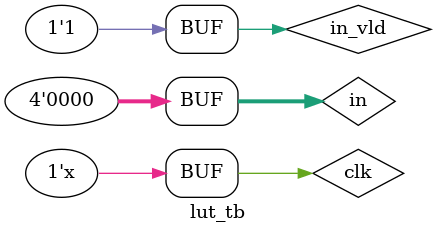
<source format=v>
`timescale 1ns / 1ps

module lut_tb(
        
    );
    parameter INPUT_NUMBER_WIDTH = 4;
    parameter OUTPUT_NUMBER_WIDTH = 4;
    reg clk;
    reg  [INPUT_NUMBER_WIDTH-1: 0] in;
    reg  in_vld;
    wire [OUTPUT_NUMBER_WIDTH-1: 0] out;
    
    lut lut1(
        .clk(clk),
        .input_number(in),
        .output_number(out),
        .input_valid(in_vld)
     );
    
    initial begin
        clk = 0;
        in = 0;
        in_vld = 0;
        #40 in_vld = 1;
       end
       always
           #10 clk = ~clk;
endmodule

</source>
